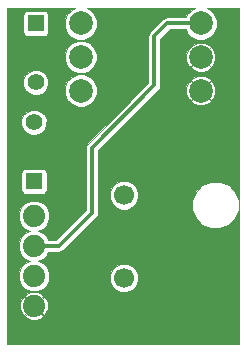
<source format=gbl>
G04 #@! TF.FileFunction,Copper,L2,Bot,Signal*
%FSLAX46Y46*%
G04 Gerber Fmt 4.6, Leading zero omitted, Abs format (unit mm)*
G04 Created by KiCad (PCBNEW 4.0.2-stable) date 6/3/2016 7:26:30 PM*
%MOMM*%
G01*
G04 APERTURE LIST*
%ADD10C,0.150000*%
%ADD11C,1.998980*%
%ADD12C,1.700000*%
%ADD13C,1.879600*%
%ADD14R,1.400000X1.400000*%
%ADD15C,1.400000*%
%ADD16C,0.300000*%
%ADD17C,0.125000*%
G04 APERTURE END LIST*
D10*
D11*
X6910000Y27830000D03*
X17070000Y27830000D03*
D12*
X10590000Y6275000D03*
X10590000Y13275000D03*
D13*
X2960000Y8995000D03*
X2960000Y6455000D03*
X2960000Y3915000D03*
X2960000Y11535000D03*
D11*
X17080000Y24980000D03*
X6920000Y24980000D03*
X17090000Y22150000D03*
X6930000Y22150000D03*
D14*
X2960000Y14460000D03*
D15*
X2960000Y19460000D03*
D14*
X3120000Y27830000D03*
D15*
X3120000Y22830000D03*
D16*
X2960000Y8995000D02*
X5055000Y8995000D01*
X14250000Y27830000D02*
X17070000Y27830000D01*
X13160000Y26740000D02*
X14250000Y27830000D01*
X13160000Y22590000D02*
X13160000Y26740000D01*
X7870000Y17300000D02*
X13160000Y22590000D01*
X7870000Y11810000D02*
X7870000Y17300000D01*
X5055000Y8995000D02*
X7870000Y11810000D01*
D17*
G36*
X6139503Y28985312D02*
X5756034Y28602513D01*
X5548247Y28102105D01*
X5547774Y27560272D01*
X5754688Y27059503D01*
X6137487Y26676034D01*
X6637895Y26468247D01*
X7179728Y26467774D01*
X7680497Y26674688D01*
X8063966Y27057487D01*
X8271753Y27557895D01*
X8272226Y28099728D01*
X8065312Y28600497D01*
X7682513Y28983966D01*
X7410296Y29097000D01*
X16569808Y29097000D01*
X16299503Y28985312D01*
X15916034Y28602513D01*
X15808067Y28342500D01*
X14250000Y28342500D01*
X14053875Y28303488D01*
X13887608Y28192392D01*
X12797608Y27102392D01*
X12686512Y26936125D01*
X12647500Y26740000D01*
X12647500Y22802284D01*
X7507608Y17662392D01*
X7396512Y17496125D01*
X7357500Y17300000D01*
X7357500Y12022284D01*
X4842716Y9507500D01*
X4157330Y9507500D01*
X4064680Y9731730D01*
X3698657Y10098393D01*
X3297025Y10265165D01*
X3696730Y10430320D01*
X4063393Y10796343D01*
X4262074Y11274820D01*
X4262526Y11792907D01*
X4064680Y12271730D01*
X3698657Y12638393D01*
X3220180Y12837074D01*
X2702093Y12837526D01*
X2223270Y12639680D01*
X1856607Y12273657D01*
X1657926Y11795180D01*
X1657474Y11277093D01*
X1855320Y10798270D01*
X2221343Y10431607D01*
X2622975Y10264835D01*
X2223270Y10099680D01*
X1856607Y9733657D01*
X1657926Y9255180D01*
X1657474Y8737093D01*
X1855320Y8258270D01*
X2221343Y7891607D01*
X2622975Y7724835D01*
X2223270Y7559680D01*
X1856607Y7193657D01*
X1657926Y6715180D01*
X1657474Y6197093D01*
X1855320Y5718270D01*
X2221343Y5351607D01*
X2699820Y5152926D01*
X3217907Y5152474D01*
X3696730Y5350320D01*
X4063393Y5716343D01*
X4195659Y6034877D01*
X9377290Y6034877D01*
X9561493Y5589071D01*
X9902277Y5247692D01*
X10347761Y5062711D01*
X10830123Y5062290D01*
X11275929Y5246493D01*
X11617308Y5587277D01*
X11802289Y6032761D01*
X11802710Y6515123D01*
X11618507Y6960929D01*
X11277723Y7302308D01*
X10832239Y7487289D01*
X10349877Y7487710D01*
X9904071Y7303507D01*
X9562692Y6962723D01*
X9377711Y6517239D01*
X9377290Y6034877D01*
X4195659Y6034877D01*
X4262074Y6194820D01*
X4262526Y6712907D01*
X4064680Y7191730D01*
X3698657Y7558393D01*
X3297025Y7725165D01*
X3696730Y7890320D01*
X4063393Y8256343D01*
X4157302Y8482500D01*
X5055000Y8482500D01*
X5251125Y8521512D01*
X5417392Y8632608D01*
X8232392Y11447608D01*
X8343488Y11613875D01*
X8382500Y11810000D01*
X8382500Y13034877D01*
X9377290Y13034877D01*
X9561493Y12589071D01*
X9902277Y12247692D01*
X10347761Y12062711D01*
X10830123Y12062290D01*
X10864143Y12076347D01*
X16357160Y12076347D01*
X16655303Y11354785D01*
X17206881Y10802243D01*
X17927922Y10502841D01*
X18708653Y10502160D01*
X19430215Y10800303D01*
X19982757Y11351881D01*
X20282159Y12072922D01*
X20282840Y12853653D01*
X19984697Y13575215D01*
X19433119Y14127757D01*
X18712078Y14427159D01*
X17931347Y14427840D01*
X17209785Y14129697D01*
X16657243Y13578119D01*
X16357841Y12857078D01*
X16357160Y12076347D01*
X10864143Y12076347D01*
X11275929Y12246493D01*
X11617308Y12587277D01*
X11802289Y13032761D01*
X11802710Y13515123D01*
X11618507Y13960929D01*
X11277723Y14302308D01*
X10832239Y14487289D01*
X10349877Y14487710D01*
X9904071Y14303507D01*
X9562692Y13962723D01*
X9377711Y13517239D01*
X9377290Y13034877D01*
X8382500Y13034877D01*
X8382500Y17087716D01*
X12584630Y21289846D01*
X16261666Y21289846D01*
X16372986Y21124836D01*
X16819879Y20928482D01*
X17307895Y20918094D01*
X17762739Y21095253D01*
X17807014Y21124836D01*
X17918334Y21289846D01*
X17090000Y22118180D01*
X16261666Y21289846D01*
X12584630Y21289846D01*
X13226889Y21932105D01*
X15858094Y21932105D01*
X16035253Y21477261D01*
X16064836Y21432986D01*
X16229846Y21321666D01*
X17058180Y22150000D01*
X17121820Y22150000D01*
X17950154Y21321666D01*
X18115164Y21432986D01*
X18311518Y21879879D01*
X18321906Y22367895D01*
X18144747Y22822739D01*
X18115164Y22867014D01*
X17950154Y22978334D01*
X17121820Y22150000D01*
X17058180Y22150000D01*
X16229846Y22978334D01*
X16064836Y22867014D01*
X15868482Y22420121D01*
X15858094Y21932105D01*
X13226889Y21932105D01*
X13522392Y22227608D01*
X13633488Y22393875D01*
X13672500Y22590000D01*
X13672500Y23010154D01*
X16261666Y23010154D01*
X17090000Y22181820D01*
X17918334Y23010154D01*
X17807014Y23175164D01*
X17360121Y23371518D01*
X16872105Y23381906D01*
X16417261Y23204747D01*
X16372986Y23175164D01*
X16261666Y23010154D01*
X13672500Y23010154D01*
X13672500Y24119846D01*
X16251666Y24119846D01*
X16362986Y23954836D01*
X16809879Y23758482D01*
X17297895Y23748094D01*
X17752739Y23925253D01*
X17797014Y23954836D01*
X17908334Y24119846D01*
X17080000Y24948180D01*
X16251666Y24119846D01*
X13672500Y24119846D01*
X13672500Y24762105D01*
X15848094Y24762105D01*
X16025253Y24307261D01*
X16054836Y24262986D01*
X16219846Y24151666D01*
X17048180Y24980000D01*
X17111820Y24980000D01*
X17940154Y24151666D01*
X18105164Y24262986D01*
X18301518Y24709879D01*
X18311906Y25197895D01*
X18134747Y25652739D01*
X18105164Y25697014D01*
X17940154Y25808334D01*
X17111820Y24980000D01*
X17048180Y24980000D01*
X16219846Y25808334D01*
X16054836Y25697014D01*
X15858482Y25250121D01*
X15848094Y24762105D01*
X13672500Y24762105D01*
X13672500Y25840154D01*
X16251666Y25840154D01*
X17080000Y25011820D01*
X17908334Y25840154D01*
X17797014Y26005164D01*
X17350121Y26201518D01*
X16862105Y26211906D01*
X16407261Y26034747D01*
X16362986Y26005164D01*
X16251666Y25840154D01*
X13672500Y25840154D01*
X13672500Y26527716D01*
X14462284Y27317500D01*
X15808086Y27317500D01*
X15914688Y27059503D01*
X16297487Y26676034D01*
X16797895Y26468247D01*
X17339728Y26467774D01*
X17840497Y26674688D01*
X18223966Y27057487D01*
X18431753Y27557895D01*
X18432226Y28099728D01*
X18225312Y28600497D01*
X17842513Y28983966D01*
X17570296Y29097000D01*
X20287000Y29097000D01*
X20287000Y703000D01*
X643000Y703000D01*
X643000Y3097888D01*
X2174708Y3097888D01*
X2278764Y2939080D01*
X2704089Y2752670D01*
X3168373Y2743214D01*
X3600934Y2912151D01*
X3641236Y2939080D01*
X3745292Y3097888D01*
X2960000Y3883180D01*
X2174708Y3097888D01*
X643000Y3097888D01*
X643000Y3706627D01*
X1788214Y3706627D01*
X1957151Y3274066D01*
X1984080Y3233764D01*
X2142888Y3129708D01*
X2928180Y3915000D01*
X2991820Y3915000D01*
X3777112Y3129708D01*
X3935920Y3233764D01*
X4122330Y3659089D01*
X4131786Y4123373D01*
X3962849Y4555934D01*
X3935920Y4596236D01*
X3777112Y4700292D01*
X2991820Y3915000D01*
X2928180Y3915000D01*
X2142888Y4700292D01*
X1984080Y4596236D01*
X1797670Y4170911D01*
X1788214Y3706627D01*
X643000Y3706627D01*
X643000Y4732112D01*
X2174708Y4732112D01*
X2960000Y3946820D01*
X3745292Y4732112D01*
X3641236Y4890920D01*
X3215911Y5077330D01*
X2751627Y5086786D01*
X2319066Y4917849D01*
X2278764Y4890920D01*
X2174708Y4732112D01*
X643000Y4732112D01*
X643000Y15160000D01*
X1890399Y15160000D01*
X1890399Y13760000D01*
X1915676Y13625666D01*
X1995067Y13502288D01*
X2116205Y13419518D01*
X2260000Y13390399D01*
X3660000Y13390399D01*
X3794334Y13415676D01*
X3917712Y13495067D01*
X4000482Y13616205D01*
X4029601Y13760000D01*
X4029601Y15160000D01*
X4004324Y15294334D01*
X3924933Y15417712D01*
X3803795Y15500482D01*
X3660000Y15529601D01*
X2260000Y15529601D01*
X2125666Y15504324D01*
X2002288Y15424933D01*
X1919518Y15303795D01*
X1890399Y15160000D01*
X643000Y15160000D01*
X643000Y19249583D01*
X1897316Y19249583D01*
X2058731Y18858928D01*
X2357356Y18559781D01*
X2747728Y18397684D01*
X3170417Y18397316D01*
X3561072Y18558731D01*
X3860219Y18857356D01*
X4022316Y19247728D01*
X4022684Y19670417D01*
X3861269Y20061072D01*
X3562644Y20360219D01*
X3172272Y20522316D01*
X2749583Y20522684D01*
X2358928Y20361269D01*
X2059781Y20062644D01*
X1897684Y19672272D01*
X1897316Y19249583D01*
X643000Y19249583D01*
X643000Y22619583D01*
X2057316Y22619583D01*
X2218731Y22228928D01*
X2517356Y21929781D01*
X2907728Y21767684D01*
X3330417Y21767316D01*
X3603792Y21880272D01*
X5567774Y21880272D01*
X5774688Y21379503D01*
X6157487Y20996034D01*
X6657895Y20788247D01*
X7199728Y20787774D01*
X7700497Y20994688D01*
X8083966Y21377487D01*
X8291753Y21877895D01*
X8292226Y22419728D01*
X8085312Y22920497D01*
X7702513Y23303966D01*
X7202105Y23511753D01*
X6660272Y23512226D01*
X6159503Y23305312D01*
X5776034Y22922513D01*
X5568247Y22422105D01*
X5567774Y21880272D01*
X3603792Y21880272D01*
X3721072Y21928731D01*
X4020219Y22227356D01*
X4182316Y22617728D01*
X4182684Y23040417D01*
X4021269Y23431072D01*
X3722644Y23730219D01*
X3332272Y23892316D01*
X2909583Y23892684D01*
X2518928Y23731269D01*
X2219781Y23432644D01*
X2057684Y23042272D01*
X2057316Y22619583D01*
X643000Y22619583D01*
X643000Y24710272D01*
X5557774Y24710272D01*
X5764688Y24209503D01*
X6147487Y23826034D01*
X6647895Y23618247D01*
X7189728Y23617774D01*
X7690497Y23824688D01*
X8073966Y24207487D01*
X8281753Y24707895D01*
X8282226Y25249728D01*
X8075312Y25750497D01*
X7692513Y26133966D01*
X7192105Y26341753D01*
X6650272Y26342226D01*
X6149503Y26135312D01*
X5766034Y25752513D01*
X5558247Y25252105D01*
X5557774Y24710272D01*
X643000Y24710272D01*
X643000Y28530000D01*
X2050399Y28530000D01*
X2050399Y27130000D01*
X2075676Y26995666D01*
X2155067Y26872288D01*
X2276205Y26789518D01*
X2420000Y26760399D01*
X3820000Y26760399D01*
X3954334Y26785676D01*
X4077712Y26865067D01*
X4160482Y26986205D01*
X4189601Y27130000D01*
X4189601Y28530000D01*
X4164324Y28664334D01*
X4084933Y28787712D01*
X3963795Y28870482D01*
X3820000Y28899601D01*
X2420000Y28899601D01*
X2285666Y28874324D01*
X2162288Y28794933D01*
X2079518Y28673795D01*
X2050399Y28530000D01*
X643000Y28530000D01*
X643000Y29097000D01*
X6409808Y29097000D01*
X6139503Y28985312D01*
X6139503Y28985312D01*
G37*
X6139503Y28985312D02*
X5756034Y28602513D01*
X5548247Y28102105D01*
X5547774Y27560272D01*
X5754688Y27059503D01*
X6137487Y26676034D01*
X6637895Y26468247D01*
X7179728Y26467774D01*
X7680497Y26674688D01*
X8063966Y27057487D01*
X8271753Y27557895D01*
X8272226Y28099728D01*
X8065312Y28600497D01*
X7682513Y28983966D01*
X7410296Y29097000D01*
X16569808Y29097000D01*
X16299503Y28985312D01*
X15916034Y28602513D01*
X15808067Y28342500D01*
X14250000Y28342500D01*
X14053875Y28303488D01*
X13887608Y28192392D01*
X12797608Y27102392D01*
X12686512Y26936125D01*
X12647500Y26740000D01*
X12647500Y22802284D01*
X7507608Y17662392D01*
X7396512Y17496125D01*
X7357500Y17300000D01*
X7357500Y12022284D01*
X4842716Y9507500D01*
X4157330Y9507500D01*
X4064680Y9731730D01*
X3698657Y10098393D01*
X3297025Y10265165D01*
X3696730Y10430320D01*
X4063393Y10796343D01*
X4262074Y11274820D01*
X4262526Y11792907D01*
X4064680Y12271730D01*
X3698657Y12638393D01*
X3220180Y12837074D01*
X2702093Y12837526D01*
X2223270Y12639680D01*
X1856607Y12273657D01*
X1657926Y11795180D01*
X1657474Y11277093D01*
X1855320Y10798270D01*
X2221343Y10431607D01*
X2622975Y10264835D01*
X2223270Y10099680D01*
X1856607Y9733657D01*
X1657926Y9255180D01*
X1657474Y8737093D01*
X1855320Y8258270D01*
X2221343Y7891607D01*
X2622975Y7724835D01*
X2223270Y7559680D01*
X1856607Y7193657D01*
X1657926Y6715180D01*
X1657474Y6197093D01*
X1855320Y5718270D01*
X2221343Y5351607D01*
X2699820Y5152926D01*
X3217907Y5152474D01*
X3696730Y5350320D01*
X4063393Y5716343D01*
X4195659Y6034877D01*
X9377290Y6034877D01*
X9561493Y5589071D01*
X9902277Y5247692D01*
X10347761Y5062711D01*
X10830123Y5062290D01*
X11275929Y5246493D01*
X11617308Y5587277D01*
X11802289Y6032761D01*
X11802710Y6515123D01*
X11618507Y6960929D01*
X11277723Y7302308D01*
X10832239Y7487289D01*
X10349877Y7487710D01*
X9904071Y7303507D01*
X9562692Y6962723D01*
X9377711Y6517239D01*
X9377290Y6034877D01*
X4195659Y6034877D01*
X4262074Y6194820D01*
X4262526Y6712907D01*
X4064680Y7191730D01*
X3698657Y7558393D01*
X3297025Y7725165D01*
X3696730Y7890320D01*
X4063393Y8256343D01*
X4157302Y8482500D01*
X5055000Y8482500D01*
X5251125Y8521512D01*
X5417392Y8632608D01*
X8232392Y11447608D01*
X8343488Y11613875D01*
X8382500Y11810000D01*
X8382500Y13034877D01*
X9377290Y13034877D01*
X9561493Y12589071D01*
X9902277Y12247692D01*
X10347761Y12062711D01*
X10830123Y12062290D01*
X10864143Y12076347D01*
X16357160Y12076347D01*
X16655303Y11354785D01*
X17206881Y10802243D01*
X17927922Y10502841D01*
X18708653Y10502160D01*
X19430215Y10800303D01*
X19982757Y11351881D01*
X20282159Y12072922D01*
X20282840Y12853653D01*
X19984697Y13575215D01*
X19433119Y14127757D01*
X18712078Y14427159D01*
X17931347Y14427840D01*
X17209785Y14129697D01*
X16657243Y13578119D01*
X16357841Y12857078D01*
X16357160Y12076347D01*
X10864143Y12076347D01*
X11275929Y12246493D01*
X11617308Y12587277D01*
X11802289Y13032761D01*
X11802710Y13515123D01*
X11618507Y13960929D01*
X11277723Y14302308D01*
X10832239Y14487289D01*
X10349877Y14487710D01*
X9904071Y14303507D01*
X9562692Y13962723D01*
X9377711Y13517239D01*
X9377290Y13034877D01*
X8382500Y13034877D01*
X8382500Y17087716D01*
X12584630Y21289846D01*
X16261666Y21289846D01*
X16372986Y21124836D01*
X16819879Y20928482D01*
X17307895Y20918094D01*
X17762739Y21095253D01*
X17807014Y21124836D01*
X17918334Y21289846D01*
X17090000Y22118180D01*
X16261666Y21289846D01*
X12584630Y21289846D01*
X13226889Y21932105D01*
X15858094Y21932105D01*
X16035253Y21477261D01*
X16064836Y21432986D01*
X16229846Y21321666D01*
X17058180Y22150000D01*
X17121820Y22150000D01*
X17950154Y21321666D01*
X18115164Y21432986D01*
X18311518Y21879879D01*
X18321906Y22367895D01*
X18144747Y22822739D01*
X18115164Y22867014D01*
X17950154Y22978334D01*
X17121820Y22150000D01*
X17058180Y22150000D01*
X16229846Y22978334D01*
X16064836Y22867014D01*
X15868482Y22420121D01*
X15858094Y21932105D01*
X13226889Y21932105D01*
X13522392Y22227608D01*
X13633488Y22393875D01*
X13672500Y22590000D01*
X13672500Y23010154D01*
X16261666Y23010154D01*
X17090000Y22181820D01*
X17918334Y23010154D01*
X17807014Y23175164D01*
X17360121Y23371518D01*
X16872105Y23381906D01*
X16417261Y23204747D01*
X16372986Y23175164D01*
X16261666Y23010154D01*
X13672500Y23010154D01*
X13672500Y24119846D01*
X16251666Y24119846D01*
X16362986Y23954836D01*
X16809879Y23758482D01*
X17297895Y23748094D01*
X17752739Y23925253D01*
X17797014Y23954836D01*
X17908334Y24119846D01*
X17080000Y24948180D01*
X16251666Y24119846D01*
X13672500Y24119846D01*
X13672500Y24762105D01*
X15848094Y24762105D01*
X16025253Y24307261D01*
X16054836Y24262986D01*
X16219846Y24151666D01*
X17048180Y24980000D01*
X17111820Y24980000D01*
X17940154Y24151666D01*
X18105164Y24262986D01*
X18301518Y24709879D01*
X18311906Y25197895D01*
X18134747Y25652739D01*
X18105164Y25697014D01*
X17940154Y25808334D01*
X17111820Y24980000D01*
X17048180Y24980000D01*
X16219846Y25808334D01*
X16054836Y25697014D01*
X15858482Y25250121D01*
X15848094Y24762105D01*
X13672500Y24762105D01*
X13672500Y25840154D01*
X16251666Y25840154D01*
X17080000Y25011820D01*
X17908334Y25840154D01*
X17797014Y26005164D01*
X17350121Y26201518D01*
X16862105Y26211906D01*
X16407261Y26034747D01*
X16362986Y26005164D01*
X16251666Y25840154D01*
X13672500Y25840154D01*
X13672500Y26527716D01*
X14462284Y27317500D01*
X15808086Y27317500D01*
X15914688Y27059503D01*
X16297487Y26676034D01*
X16797895Y26468247D01*
X17339728Y26467774D01*
X17840497Y26674688D01*
X18223966Y27057487D01*
X18431753Y27557895D01*
X18432226Y28099728D01*
X18225312Y28600497D01*
X17842513Y28983966D01*
X17570296Y29097000D01*
X20287000Y29097000D01*
X20287000Y703000D01*
X643000Y703000D01*
X643000Y3097888D01*
X2174708Y3097888D01*
X2278764Y2939080D01*
X2704089Y2752670D01*
X3168373Y2743214D01*
X3600934Y2912151D01*
X3641236Y2939080D01*
X3745292Y3097888D01*
X2960000Y3883180D01*
X2174708Y3097888D01*
X643000Y3097888D01*
X643000Y3706627D01*
X1788214Y3706627D01*
X1957151Y3274066D01*
X1984080Y3233764D01*
X2142888Y3129708D01*
X2928180Y3915000D01*
X2991820Y3915000D01*
X3777112Y3129708D01*
X3935920Y3233764D01*
X4122330Y3659089D01*
X4131786Y4123373D01*
X3962849Y4555934D01*
X3935920Y4596236D01*
X3777112Y4700292D01*
X2991820Y3915000D01*
X2928180Y3915000D01*
X2142888Y4700292D01*
X1984080Y4596236D01*
X1797670Y4170911D01*
X1788214Y3706627D01*
X643000Y3706627D01*
X643000Y4732112D01*
X2174708Y4732112D01*
X2960000Y3946820D01*
X3745292Y4732112D01*
X3641236Y4890920D01*
X3215911Y5077330D01*
X2751627Y5086786D01*
X2319066Y4917849D01*
X2278764Y4890920D01*
X2174708Y4732112D01*
X643000Y4732112D01*
X643000Y15160000D01*
X1890399Y15160000D01*
X1890399Y13760000D01*
X1915676Y13625666D01*
X1995067Y13502288D01*
X2116205Y13419518D01*
X2260000Y13390399D01*
X3660000Y13390399D01*
X3794334Y13415676D01*
X3917712Y13495067D01*
X4000482Y13616205D01*
X4029601Y13760000D01*
X4029601Y15160000D01*
X4004324Y15294334D01*
X3924933Y15417712D01*
X3803795Y15500482D01*
X3660000Y15529601D01*
X2260000Y15529601D01*
X2125666Y15504324D01*
X2002288Y15424933D01*
X1919518Y15303795D01*
X1890399Y15160000D01*
X643000Y15160000D01*
X643000Y19249583D01*
X1897316Y19249583D01*
X2058731Y18858928D01*
X2357356Y18559781D01*
X2747728Y18397684D01*
X3170417Y18397316D01*
X3561072Y18558731D01*
X3860219Y18857356D01*
X4022316Y19247728D01*
X4022684Y19670417D01*
X3861269Y20061072D01*
X3562644Y20360219D01*
X3172272Y20522316D01*
X2749583Y20522684D01*
X2358928Y20361269D01*
X2059781Y20062644D01*
X1897684Y19672272D01*
X1897316Y19249583D01*
X643000Y19249583D01*
X643000Y22619583D01*
X2057316Y22619583D01*
X2218731Y22228928D01*
X2517356Y21929781D01*
X2907728Y21767684D01*
X3330417Y21767316D01*
X3603792Y21880272D01*
X5567774Y21880272D01*
X5774688Y21379503D01*
X6157487Y20996034D01*
X6657895Y20788247D01*
X7199728Y20787774D01*
X7700497Y20994688D01*
X8083966Y21377487D01*
X8291753Y21877895D01*
X8292226Y22419728D01*
X8085312Y22920497D01*
X7702513Y23303966D01*
X7202105Y23511753D01*
X6660272Y23512226D01*
X6159503Y23305312D01*
X5776034Y22922513D01*
X5568247Y22422105D01*
X5567774Y21880272D01*
X3603792Y21880272D01*
X3721072Y21928731D01*
X4020219Y22227356D01*
X4182316Y22617728D01*
X4182684Y23040417D01*
X4021269Y23431072D01*
X3722644Y23730219D01*
X3332272Y23892316D01*
X2909583Y23892684D01*
X2518928Y23731269D01*
X2219781Y23432644D01*
X2057684Y23042272D01*
X2057316Y22619583D01*
X643000Y22619583D01*
X643000Y24710272D01*
X5557774Y24710272D01*
X5764688Y24209503D01*
X6147487Y23826034D01*
X6647895Y23618247D01*
X7189728Y23617774D01*
X7690497Y23824688D01*
X8073966Y24207487D01*
X8281753Y24707895D01*
X8282226Y25249728D01*
X8075312Y25750497D01*
X7692513Y26133966D01*
X7192105Y26341753D01*
X6650272Y26342226D01*
X6149503Y26135312D01*
X5766034Y25752513D01*
X5558247Y25252105D01*
X5557774Y24710272D01*
X643000Y24710272D01*
X643000Y28530000D01*
X2050399Y28530000D01*
X2050399Y27130000D01*
X2075676Y26995666D01*
X2155067Y26872288D01*
X2276205Y26789518D01*
X2420000Y26760399D01*
X3820000Y26760399D01*
X3954334Y26785676D01*
X4077712Y26865067D01*
X4160482Y26986205D01*
X4189601Y27130000D01*
X4189601Y28530000D01*
X4164324Y28664334D01*
X4084933Y28787712D01*
X3963795Y28870482D01*
X3820000Y28899601D01*
X2420000Y28899601D01*
X2285666Y28874324D01*
X2162288Y28794933D01*
X2079518Y28673795D01*
X2050399Y28530000D01*
X643000Y28530000D01*
X643000Y29097000D01*
X6409808Y29097000D01*
X6139503Y28985312D01*
M02*

</source>
